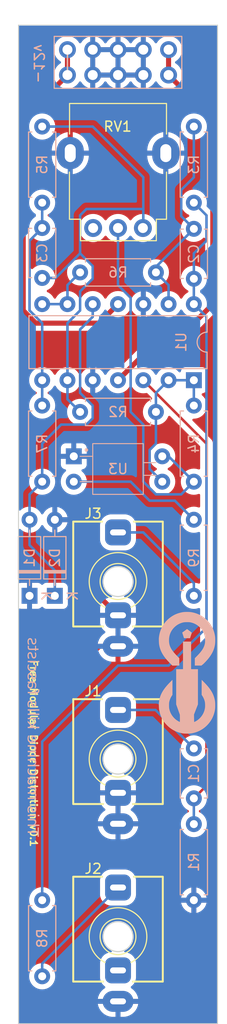
<source format=kicad_pcb>
(kicad_pcb (version 20221018) (generator pcbnew)
  (title_block (title "Diode Distortion") (date "2023-03-27") (rev "0.1") (company "Free Modular"))
  (layers (0 "F.Cu" signal) (31 "B.Cu" signal) (34 "B.Paste" user) (35 "F.Paste" user) (36 "B.SilkS" user "B.Silkscreen") (37 "F.SilkS" user "F.Silkscreen") (38 "B.Mask" user) (39 "F.Mask" user) (44 "Edge.Cuts" user))
  (net 0 "")
  (net 1 "Net-(C1-Pad1)")
  (net 2 "Net-(U1A-+)")
  (net 3 "Net-(U1D--)")
  (net 4 "Net-(J3-Pad3)")
  (net 5 "Net-(C2-Pad2)")
  (net 6 "Net-(U1B--)")
  (net 7 "Net-(C3-Pad2)")
  (net 8 "GND")
  (net 9 "Net-(D1-A)")
  (net 11 "Net-(J2-Pad3)")
  (net 12 "+12V")
  (net 13 "-12V")
  (net 14 "Net-(U1A--)")
  (net 15 "Net-(R4-Pad2)")
  (net 16 "Net-(U1C--)")
  (net 17 "Net-(R9-Pad2)")
  (footprint "FreeModular:THONKICONN" (layer "F.Cu") (at 35.56 116.68)
    (fp_text reference "J2" (at -2.5 -6.8) (layer "F.SilkS"))
    (fp_text value "THONKICONN")
    (fp_circle (center 0 0) (end -1.5 0) (stroke (width 0.12)) (fill none) (layer "Edge.Cuts"))
    (pad "1" thru_hole oval (at 0 6.48) (size 3.1 2.1) (drill oval 1.6 0.6) (layers "*.Cu" "*.Mask") (net 8 "GND"))
    (pad "2" thru_hole roundrect (at 0 3.38) (size 2.6 2.6) (drill oval 1.6 0.6) (layers "*.Cu" "*.Mask"))
    (pad "3" thru_hole roundrect (at 0 -4.92) (size 2.6 2.6) (drill oval 1.6 0.6) (layers "*.Cu" "*.Mask") (net 11 "Net-(J2-Pad3)"))
  )
  (footprint "FreeModular:Alpha_Potentiometer_Grounded" (layer "F.Cu") (at 33.06 45.72 90)
    (fp_text reference "RV1" (at 10.16 2.46) (layer "F.SilkS"))
    (fp_text value "100k")
    (pad "1" thru_hole circle (at 0 0 180) (size 1.8 1.8) (drill 1) (layers "*.Cu" "*.Mask"))
    (pad "2" thru_hole circle (at 0 2.5 180) (size 1.8 1.8) (drill 1) (layers "*.Cu" "*.Mask") (net 15 "Net-(R4-Pad2)"))
    (pad "3" thru_hole circle (at 0 5 180) (size 1.8 1.8) (drill 1) (layers "*.Cu" "*.Mask") (net 6 "Net-(U1B--)"))
    (pad "MP" thru_hole oval (at 7.5 -2.3 180) (size 2.72 3.24) (drill oval 1.1 1.8) (layers "*.Cu" "*.Mask") (net 8 "GND"))
    (pad "MP" thru_hole oval (at 7.5 7.3 180) (size 2.72 3.24) (drill oval 1.1 1.8) (layers "*.Cu" "*.Mask") (net 8 "GND"))
  )
  (footprint "FreeModular:THONKICONN" (layer "F.Cu") (at 35.56 98.9)
    (fp_text reference "J1" (at -2.5 -6.8) (layer "F.SilkS"))
    (fp_text value "THONKICONN")
    (fp_circle (center 0 0) (end -1.5 0) (stroke (width 0.12)) (fill none) (layer "Edge.Cuts"))
    (pad "1" thru_hole oval (at 0 6.48) (size 3.1 2.1) (drill oval 1.6 0.6) (layers "*.Cu" "*.Mask") (net 8 "GND"))
    (pad "2" thru_hole roundrect (at 0 3.38) (size 2.6 2.6) (drill oval 1.6 0.6) (layers "*.Cu" "*.Mask") (net 8 "GND"))
    (pad "3" thru_hole roundrect (at 0 -4.92) (size 2.6 2.6) (drill oval 1.6 0.6) (layers "*.Cu" "*.Mask") (net 1 "Net-(C1-Pad1)"))
  )
  (footprint "FreeModular:THONKICONN" (layer "F.Cu") (at 35.56 81.12)
    (fp_text reference "J3" (at -2.5 -6.8) (layer "F.SilkS"))
    (fp_text value "THONKICONN")
    (fp_circle (center 0 0) (end -1.5 0) (stroke (width 0.12)) (fill none) (layer "Edge.Cuts"))
    (pad "1" thru_hole oval (at 0 6.48) (size 3.1 2.1) (drill oval 1.6 0.6) (layers "*.Cu" "*.Mask") (net 8 "GND"))
    (pad "2" thru_hole roundrect (at 0 3.38) (size 2.6 2.6) (drill oval 1.6 0.6) (layers "*.Cu" "*.Mask") (net 8 "GND"))
    (pad "3" thru_hole roundrect (at 0 -4.92) (size 2.6 2.6) (drill oval 1.6 0.6) (layers "*.Cu" "*.Mask") (net 4 "Net-(J3-Pad3)"))
  )
  (footprint "FreeModular:NSL-32" (layer "B.Cu") (at 31.115 71.12)
    (fp_text reference "U3" (at 4.445 -1.27) (layer "B.SilkS") (effects (justify mirror)))
    (fp_text value "NSL-32")
    (pad "1" thru_hole circle (at 0 0) (size 1.6 1.6) (drill 0.8) (layers "*.Cu" "*.Mask") (net 17 "Net-(R9-Pad2)"))
    (pad "2" thru_hole rect (at 0 -2.54) (size 1.6 1.6) (drill 0.8) (layers "*.Cu" "*.Mask") (net 8 "GND"))
    (pad "3" thru_hole oval (at 8.89 -2.54) (size 1.6 1.6) (drill 0.8) (layers "*.Cu" "*.Mask") (net 15 "Net-(R4-Pad2)"))
    (pad "4" thru_hole oval (at 8.89 0) (size 1.6 1.6) (drill 0.8) (layers "*.Cu" "*.Mask") (net 14 "Net-(U1A--)"))
  )
  (footprint "Resistor_THT:R_Axial_DIN0207_L6.3mm_D2.5mm_P7.62mm_Horizontal" (layer "B.Cu") (at 31.75 50.165)
    (fp_text reference "R6" (at 3.81 0) (layer "B.SilkS") (effects (justify mirror)))
    (fp_text value "10k")
    (pad "1" thru_hole circle (at 0 0) (size 1.6 1.6) (drill 0.8) (layers "*.Cu" "*.Mask") (net 16 "Net-(U1C--)"))
    (pad "2" thru_hole oval (at 7.62 0) (size 1.6 1.6) (drill 0.8) (layers "*.Cu" "*.Mask") (net 3 "Net-(U1D--)"))
  )
  (footprint "Package_DIP:DIP-14_W7.62mm" (layer "B.Cu") (at 43.18 60.96 90)
    (fp_text reference "U1" (at 3.81 -1.27 90) (layer "B.SilkS") (effects (justify mirror)))
    (fp_text value "TL074")
    (pad "1" thru_hole rect (at 0 0 90) (size 1.6 1.6) (drill 0.8) (layers "*.Cu" "*.Mask") (net 14 "Net-(U1A--)"))
    (pad "2" thru_hole oval (at 0 -2.54 90) (size 1.6 1.6) (drill 0.8) (layers "*.Cu" "*.Mask") (net 14 "Net-(U1A--)"))
    (pad "3" thru_hole oval (at 0 -5.08 90) (size 1.6 1.6) (drill 0.8) (layers "*.Cu" "*.Mask") (net 2 "Net-(U1A-+)"))
    (pad "4" thru_hole oval (at 0 -7.62 90) (size 1.6 1.6) (drill 0.8) (layers "*.Cu" "*.Mask") (net 12 "+12V"))
    (pad "5" thru_hole oval (at 0 -10.16 90) (size 1.6 1.6) (drill 0.8) (layers "*.Cu" "*.Mask") (net 8 "GND"))
    (pad "6" thru_hole oval (at 0 -12.7 90) (size 1.6 1.6) (drill 0.8) (layers "*.Cu" "*.Mask") (net 6 "Net-(U1B--)"))
    (pad "7" thru_hole oval (at 0 -15.24 90) (size 1.6 1.6) (drill 0.8) (layers "*.Cu" "*.Mask") (net 7 "Net-(C3-Pad2)"))
    (pad "8" thru_hole oval (at 7.62 -15.24 90) (size 1.6 1.6) (drill 0.8) (layers "*.Cu" "*.Mask") (net 16 "Net-(U1C--)"))
    (pad "9" thru_hole oval (at 7.62 -12.7 90) (size 1.6 1.6) (drill 0.8) (layers "*.Cu" "*.Mask") (net 16 "Net-(U1C--)"))
    (pad "10" thru_hole oval (at 7.62 -10.16 90) (size 1.6 1.6) (drill 0.8) (layers "*.Cu" "*.Mask") (net 9 "Net-(D1-A)"))
    (pad "11" thru_hole oval (at 7.62 -7.62 90) (size 1.6 1.6) (drill 0.8) (layers "*.Cu" "*.Mask") (net 13 "-12V"))
    (pad "12" thru_hole oval (at 7.62 -5.08 90) (size 1.6 1.6) (drill 0.8) (layers "*.Cu" "*.Mask") (net 8 "GND"))
    (pad "13" thru_hole oval (at 7.62 -2.54 90) (size 1.6 1.6) (drill 0.8) (layers "*.Cu" "*.Mask") (net 3 "Net-(U1D--)"))
    (pad "14" thru_hole oval (at 7.62 0 90) (size 1.6 1.6) (drill 0.8) (layers "*.Cu" "*.Mask") (net 5 "Net-(C2-Pad2)"))
  )
  (footprint "Resistor_THT:R_Axial_DIN0207_L6.3mm_D2.5mm_P7.62mm_Horizontal" (layer "B.Cu") (at 43.18 105.41 -90)
    (fp_text reference "R1" (at 3.81 0 90) (layer "B.SilkS") (effects (justify mirror)))
    (fp_text value "1M")
    (pad "1" thru_hole circle (at 0 0 270) (size 1.6 1.6) (drill 0.8) (layers "*.Cu" "*.Mask") (net 2 "Net-(U1A-+)"))
    (pad "2" thru_hole oval (at 7.62 0 270) (size 1.6 1.6) (drill 0.8) (layers "*.Cu" "*.Mask") (net 8 "GND"))
  )
  (footprint "Resistor_THT:R_Axial_DIN0207_L6.3mm_D2.5mm_P7.62mm_Horizontal" (layer "B.Cu") (at 27.94 63.5 -90)
    (fp_text reference "R7" (at 3.81 0 -270) (layer "B.SilkS") (effects (justify mirror)))
    (fp_text value "10k")
    (pad "1" thru_hole circle (at 0 0 270) (size 1.6 1.6) (drill 0.8) (layers "*.Cu" "*.Mask") (net 7 "Net-(C3-Pad2)"))
    (pad "2" thru_hole oval (at 7.62 0 270) (size 1.6 1.6) (drill 0.8) (layers "*.Cu" "*.Mask") (net 9 "Net-(D1-A)"))
  )
  (footprint "Connector_PinSocket_2.54mm:PinSocket_2x05_P2.54mm_Vertical" (layer "B.Cu") (at 40.64 27.86 90)
    (fp_text reference "J4" hide)
    (fp_text value "Conn_01x10_Pin")
    (pad "1" thru_hole circle (at 0 0 90) (size 1.7 1.7) (drill 1) (layers "*.Cu" "*.Mask") (net 12 "+12V"))
    (pad "2" thru_hole oval (at -2.54 0 90) (size 1.7 1.7) (drill 1) (layers "*.Cu" "*.Mask") (net 12 "+12V"))
    (pad "3" thru_hole oval (at 0 -2.54 90) (size 1.7 1.7) (drill 1) (layers "*.Cu" "*.Mask") (net 8 "GND"))
    (pad "4" thru_hole oval (at -2.54 -2.54 90) (size 1.7 1.7) (drill 1) (layers "*.Cu" "*.Mask") (net 8 "GND"))
    (pad "5" thru_hole oval (at 0 -5.08 90) (size 1.7 1.7) (drill 1) (layers "*.Cu" "*.Mask") (net 8 "GND"))
    (pad "6" thru_hole oval (at -2.54 -5.08 90) (size 1.7 1.7) (drill 1) (layers "*.Cu" "*.Mask") (net 8 "GND"))
    (pad "7" thru_hole oval (at 0 -7.62 90) (size 1.7 1.7) (drill 1) (layers "*.Cu" "*.Mask") (net 8 "GND"))
    (pad "8" thru_hole oval (at -2.54 -7.62 90) (size 1.7 1.7) (drill 1) (layers "*.Cu" "*.Mask") (net 8 "GND"))
    (pad "9" thru_hole oval (at 0 -10.16 90) (size 1.7 1.7) (drill 1) (layers "*.Cu" "*.Mask") (net 13 "-12V"))
    (pad "10" thru_hole oval (at -2.54 -10.16 90) (size 1.7 1.7) (drill 1) (layers "*.Cu" "*.Mask") (net 13 "-12V"))
  )
  (footprint "Capacitor_THT:C_Disc_D4.7mm_W2.5mm_P5.00mm" (layer "B.Cu") (at 43.18 45.8 -90)
    (fp_text reference "C2" (at 2.5 0 90) (layer "B.SilkS") (effects (justify mirror)))
    (fp_text value "100pF")
    (pad "1" thru_hole circle (at 0 0 270) (size 1.6 1.6) (drill 0.8) (layers "*.Cu" "*.Mask") (net 3 "Net-(U1D--)"))
    (pad "2" thru_hole circle (at 5 0 270) (size 1.6 1.6) (drill 0.8) (layers "*.Cu" "*.Mask") (net 5 "Net-(C2-Pad2)"))
  )
  (footprint "Diode_THT:D_DO-35_SOD27_P7.62mm_Horizontal" (layer "B.Cu") (at 26.67 82.55 90)
    (fp_text reference "D1" (at 3.81 0 90) (layer "B.SilkS") (effects (justify mirror)))
    (fp_text value "1N4148")
    (fp_text user "K" (at 0 1.8 90) (layer "B.SilkS") (effects (justify mirror)))
    (pad "1" thru_hole rect (at 0 0 90) (size 1.6 1.6) (drill 0.8) (layers "*.Cu" "*.Mask") (net 8 "GND"))
    (pad "2" thru_hole oval (at 7.62 0 90) (size 1.6 1.6) (drill 0.8) (layers "*.Cu" "*.Mask") (net 9 "Net-(D1-A)"))
  )
  (footprint "Resistor_THT:R_Axial_DIN0207_L6.3mm_D2.5mm_P7.62mm_Horizontal" (layer "B.Cu") (at 39.37 64.135 180)
    (fp_text reference "R2" (at 3.81 0) (layer "B.SilkS") (effects (justify mirror)))
    (fp_text value "100k")
    (pad "1" thru_hole circle (at 0 0 180) (size 1.6 1.6) (drill 0.8) (layers "*.Cu" "*.Mask") (net 14 "Net-(U1A--)"))
    (pad "2" thru_hole oval (at 7.62 0 180) (size 1.6 1.6) (drill 0.8) (layers "*.Cu" "*.Mask") (net 6 "Net-(U1B--)"))
  )
  (footprint "Capacitor_THT:C_Disc_D4.7mm_W2.5mm_P5.00mm" (layer "B.Cu") (at 43.18 97.83 -90)
    (fp_text reference "C1" (at 2.5 0 90) (layer "B.SilkS") (effects (justify mirror)))
    (fp_text value "1uF")
    (pad "1" thru_hole circle (at 0 0 270) (size 1.6 1.6) (drill 0.8) (layers "*.Cu" "*.Mask") (net 1 "Net-(C1-Pad1)"))
    (pad "2" thru_hole circle (at 5 0 270) (size 1.6 1.6) (drill 0.8) (layers "*.Cu" "*.Mask") (net 2 "Net-(U1A-+)"))
  )
  (footprint "Resistor_THT:R_Axial_DIN0207_L6.3mm_D2.5mm_P7.62mm_Horizontal" (layer "B.Cu") (at 43.18 82.55 90)
    (fp_text reference "R9" (at 3.81 0 90) (layer "B.SilkS") (effects (justify mirror)))
    (fp_text value "330")
    (pad "1" thru_hole circle (at 0 0 90) (size 1.6 1.6) (drill 0.8) (layers "*.Cu" "*.Mask") (net 4 "Net-(J3-Pad3)"))
    (pad "2" thru_hole oval (at 7.62 0 90) (size 1.6 1.6) (drill 0.8) (layers "*.Cu" "*.Mask") (net 17 "Net-(R9-Pad2)"))
  )
  (footprint "Resistor_THT:R_Axial_DIN0207_L6.3mm_D2.5mm_P7.62mm_Horizontal" (layer "B.Cu") (at 43.18 63.5 -90)
    (fp_text reference "R4" (at 3.81 0 90) (layer "B.SilkS") (effects (justify mirror)))
    (fp_text value "10k")
    (pad "1" thru_hole circle (at 0 0 270) (size 1.6 1.6) (drill 0.8) (layers "*.Cu" "*.Mask") (net 14 "Net-(U1A--)"))
    (pad "2" thru_hole oval (at 7.62 0 270) (size 1.6 1.6) (drill 0.8) (layers "*.Cu" "*.Mask") (net 15 "Net-(R4-Pad2)"))
  )
  (footprint "Diode_THT:D_DO-35_SOD27_P7.62mm_Horizontal" (layer "B.Cu") (at 29.21 82.55 90)
    (fp_text reference "D2" (at 3.81 0 90) (layer "B.SilkS") (effects (justify mirror)))
    (fp_text value "1N4148")
    (fp_text user "K" (at 0 1.8 90) (layer "B.SilkS") (effects (justify mirror)))
    (pad "1" thru_hole rect (at 0 0 90) (size 1.6 1.6) (drill 0.8) (layers "*.Cu" "*.Mask") (net 9 "Net-(D1-A)"))
    (pad "2" thru_hole oval (at 7.62 0 90) (size 1.6 1.6) (drill 0.8) (layers "*.Cu" "*.Mask") (net 8 "GND"))
  )
  (footprint "Resistor_THT:R_Axial_DIN0207_L6.3mm_D2.5mm_P7.62mm_Horizontal" (layer "B.Cu") (at 27.94 35.56 -90)
    (fp_text reference "R5" (at 3.81 0 90) (layer "B.SilkS") (effects (justify mirror)))
    (fp_text value "10k")
    (pad "1" thru_hole circle (at 0 0 270) (size 1.6 1.6) (drill 0.8) (layers "*.Cu" "*.Mask") (net 6 "Net-(U1B--)"))
    (pad "2" thru_hole oval (at 7.62 0 270) (size 1.6 1.6) (drill 0.8) (layers "*.Cu" "*.Mask") (net 7 "Net-(C3-Pad2)"))
  )
  (footprint "Capacitor_THT:C_Disc_D4.7mm_W2.5mm_P5.00mm" (layer "B.Cu") (at 27.94 50.72 90)
    (fp_text reference "C3" (at 2.5 0 90) (layer "B.SilkS") (effects (justify mirror)))
    (fp_text value "100pF")
    (pad "1" thru_hole circle (at 0 0 90) (size 1.6 1.6) (drill 0.8) (layers "*.Cu" "*.Mask") (net 6 "Net-(U1B--)"))
    (pad "2" thru_hole circle (at 5 0 90) (size 1.6 1.6) (drill 0.8) (layers "*.Cu" "*.Mask") (net 7 "Net-(C3-Pad2)"))
  )
  (footprint "Resistor_THT:R_Axial_DIN0207_L6.3mm_D2.5mm_P7.62mm_Horizontal" (layer "B.Cu") (at 43.18 35.56 -90)
    (fp_text reference "R3" (at 3.81 0 90) (layer "B.SilkS") (effects (justify mirror)))
    (fp_text value "100k")
    (pad "1" thru_hole circle (at 0 0 270) (size 1.6 1.6) (drill 0.8) (layers "*.Cu" "*.Mask") (net 3 "Net-(U1D--)"))
    (pad "2" thru_hole oval (at 7.62 0 270) (size 1.6 1.6) (drill 0.8) (layers "*.Cu" "*.Mask") (net 5 "Net-(C2-Pad2)"))
  )
  (footprint "Resistor_THT:R_Axial_DIN0207_L6.3mm_D2.5mm_P7.62mm_Horizontal" (layer "B.Cu") (at 27.94 113.03 -90)
    (fp_text reference "R8" (at 3.81 0 90) (layer "B.SilkS") (effects (justify mirror)))
    (fp_text value "1k")
    (pad "1" thru_hole circle (at 0 0 270) (size 1.6 1.6) (drill 0.8) (layers "*.Cu" "*.Mask") (net 5 "Net-(C2-Pad2)"))
    (pad "2" thru_hole oval (at 7.62 0 270) (size 1.6 1.6) (drill 0.8) (layers "*.Cu" "*.Mask") (net 11 "Net-(J2-Pad3)"))
  )
  (footprint "FreeModular:logo_small" (layer "B.Cu") (at 42.490958 90.715274 -90)
    (fp_text reference "REF**" hide)
    (fp_text value "logo_small" hide)
  )
  (gr_line (start 30.48 27.94) (end 30.48 30.48) (stroke (width 0.15)) (layer "B.SilkS"))
  (gr_line (start 25.56 25.4) (end 25.56 125.4) (stroke (width 0.1)) (layer "Edge.Cuts"))
  (gr_line (start 45.56 25.4) (end 25.56 25.4) (stroke (width 0.1)) (layer "Edge.Cuts"))
  (gr_line (start 45.56 125.4) (end 45.56 25.4) (stroke (width 0.1)) (layer "Edge.Cuts"))
  (gr_line (start 25.56 125.4) (end 45.56 125.4) (stroke (width 0.1)) (layer "Edge.Cuts"))
  (gr_text "This machine kills fascists" (at 26.3 106.68 270) (layer "B.SilkS") (effects (font (size 1.1 1.1)) (justify left bottom mirror)))
  (gr_text "-12v" (at 27.028686 31.315011 -90) (layer "B.SilkS") (effects (font (size 1 1)) (justify left bottom mirror)))
  (gr_text "Free Modular Diode Distortion v0.1" (at 26.67 88.9 270) (layer "F.SilkS") (effects (font (size 0.7 0.7)) (justify left bottom)))
  (segment (start 39.33 93.98) (end 43.18 97.83) (width 0.254) (layer "B.Cu") (net 1))
  (segment (start 35.56 93.98) (end 39.33 93.98) (width 0.254) (layer "B.Cu") (net 1))
  (segment (start 44.45 101.56) (end 43.18 102.83) (width 0.254) (layer "F.Cu") (net 2))
  (segment (start 38.1 60.96) (end 44.45 67.31) (width 0.254) (layer "F.Cu") (net 2))
  (segment (start 44.45 67.31) (end 44.45 101.56) (width 0.254) (layer "F.Cu") (net 2))
  (segment (start 43.18 102.83) (end 43.18 105.41) (width 0.254) (layer "B.Cu") (net 2))
  (segment (start 39.45 49.53) (end 43.18 45.8) (width 0.254) (layer "B.Cu") (net 3))
  (segment (start 43.18 40.64) (end 43.18 35.56) (width 0.254) (layer "B.Cu") (net 3))
  (segment (start 40.64 51.435) (end 39.37 50.165) (width 0.254) (layer "B.Cu") (net 3))
  (segment (start 43.18 45.8) (end 41.91 44.53) (width 0.254) (layer "B.Cu") (net 3))
  (segment (start 41.91 44.53) (end 41.91 41.91) (width 0.254) (layer "B.Cu") (net 3))
  (segment (start 39.37 49.53) (end 39.45 49.53) (width 0.254) (layer "B.Cu") (net 3))
  (segment (start 40.64 53.34) (end 40.64 51.435) (width 0.254) (layer "B.Cu") (net 3))
  (segment (start 39.37 50.165) (end 39.37 49.53) (width 0.254) (layer "B.Cu") (net 3))
  (segment (start 41.91 41.91) (end 43.18 40.64) (width 0.254) (layer "B.Cu") (net 3))
  (segment (start 36.15 75.52) (end 35.56 75.52) (width 0.254) (layer "B.Cu") (net 4))
  (segment (start 43.18 82.55) (end 43.18 81.28) (width 0.254) (layer "B.Cu") (net 4))
  (segment (start 43.18 81.28) (end 38.1 76.2) (width 0.254) (layer "B.Cu") (net 4))
  (segment (start 38.1 76.2) (end 35.56 76.2) (width 0.254) (layer "B.Cu") (net 4))
  (segment (start 35.56 89.535) (end 27.94 97.155) (width 0.254) (layer "B.Cu") (net 5))
  (segment (start 43.18 50.8) (end 43.18 48.26) (width 0.254) (layer "B.Cu") (net 5))
  (segment (start 43.18 53.34) (end 43.18 50.8) (width 0.254) (layer "B.Cu") (net 5))
  (segment (start 44.45 44.45) (end 43.18 43.18) (width 0.254) (layer "B.Cu") (net 5))
  (segment (start 44.45 85.725) (end 40.64 89.535) (width 0.254) (layer "B.Cu") (net 5))
  (segment (start 43.18 53.34) (end 44.45 54.61) (width 0.254) (layer "B.Cu") (net 5))
  (segment (start 43.18 48.26) (end 44.45 46.99) (width 0.254) (layer "B.Cu") (net 5))
  (segment (start 40.64 89.535) (end 35.56 89.535) (width 0.254) (layer "B.Cu") (net 5))
  (segment (start 44.45 46.99) (end 44.45 44.45) (width 0.254) (layer "B.Cu") (net 5))
  (segment (start 44.45 54.61) (end 44.45 85.725) (width 0.254) (layer "B.Cu") (net 5))
  (segment (start 27.94 97.155) (end 27.94 113.03) (width 0.254) (layer "B.Cu") (net 5))
  (segment (start 30.48 60.96) (end 30.48 62.865) (width 0.254) (layer "B.Cu") (net 6))
  (segment (start 38.1 40.64) (end 38.1 43.815) (width 0.254) (layer "B.Cu") (net 6))
  (segment (start 31.75 44.45) (end 32.385 43.815) (width 0.254) (layer "B.Cu") (net 6))
  (segment (start 33.02 49.53) (end 33.02 50.8) (width 0.254) (layer "B.Cu") (net 6))
  (segment (start 30.48 55.245) (end 31.75 53.975) (width 0.254) (layer "B.Cu") (net 6))
  (segment (start 27.94 35.56) (end 33.02 35.56) (width 0.254) (layer "B.Cu") (net 6))
  (segment (start 38.1 43.815) (end 38.1 45.72) (width 0.254) (layer "B.Cu") (net 6))
  (segment (start 33.02 35.56) (end 38.1 40.64) (width 0.254) (layer "B.Cu") (net 6))
  (segment (start 30.48 62.865) (end 31.75 64.135) (width 0.254) (layer "B.Cu") (net 6))
  (segment (start 31.115 48.895) (end 31.75 48.26) (width 0.254) (layer "B.Cu") (net 6))
  (segment (start 32.385 43.815) (end 38.1 43.815) (width 0.254) (layer "B.Cu") (net 6))
  (segment (start 29.29 50.72) (end 31.115 48.895) (width 0.254) (layer "B.Cu") (net 6))
  (segment (start 31.75 52.07) (end 31.75 53.975) (width 0.254) (layer "B.Cu") (net 6))
  (segment (start 31.75 48.26) (end 31.75 44.45) (width 0.254) (layer "B.Cu") (net 6))
  (segment (start 32.385 48.895) (end 33.02 49.53) (width 0.254) (layer "B.Cu") (net 6))
  (segment (start 33.02 50.8) (end 31.75 52.07) (width 0.254) (layer "B.Cu") (net 6))
  (segment (start 30.48 60.96) (end 30.48 55.245) (width 0.254) (layer "B.Cu") (net 6))
  (segment (start 27.94 50.72) (end 29.29 50.72) (width 0.254) (layer "B.Cu") (net 6))
  (segment (start 32.385 48.895) (end 31.75 48.26) (width 0.254) (layer "B.Cu") (net 6))
  (segment (start 27.94 63.5) (end 27.94 60.96) (width 0.254) (layer "B.Cu") (net 7))
  (segment (start 27.94 45.72) (end 26.67 46.99) (width 0.254) (layer "B.Cu") (net 7))
  (segment (start 26.67 46.99) (end 26.67 53.975) (width 0.254) (layer "B.Cu") (net 7))
  (segment (start 27.94 60.96) (end 27.94 55.245) (width 0.254) (layer "B.Cu") (net 7))
  (segment (start 27.94 43.18) (end 27.94 45.72) (width 0.254) (layer "B.Cu") (net 7))
  (segment (start 27.94 55.245) (end 26.67 53.975) (width 0.254) (layer "B.Cu") (net 7))
  (segment (start 31.115 68.58) (end 33.02 68.58) (width 0.508) (layer "F.Cu") (net 8))
  (segment (start 35.56 30.4) (end 33.02 30.4) (width 0.508) (layer "F.Cu") (net 8))
  (segment (start 33.7 102.28) (end 30.48 99.06) (width 0.508) (layer "F.Cu") (net 8))
  (segment (start 43.18 113.03) (end 43.18 108.585) (width 0.508) (layer "F.Cu") (net 8))
  (segment (start 33.02 60.96) (end 33.02 62.865) (width 0.508) (layer "F.Cu") (net 8))
  (segment (start 36.83 57.15) (end 38.1 55.88) (width 0.508) (layer "F.Cu") (net 8))
  (segment (start 31.115 74.93) (end 33.655 72.39) (width 0.508) (layer "F.Cu") (net 8))
  (segment (start 26.67 82.55) (end 26.67 80.645) (width 0.508) (layer "F.Cu") (net 8))
  (segment (start 33.02 60.96) (end 33.02 58.42) (width 0.508) (layer "F.Cu") (net 8))
  (segment (start 29.21 78.105) (end 29.21 74.93) (width 0.508) (layer "F.Cu") (net 8))
  (segment (start 35.56 102.28) (end 33.7 102.28) (width 0.508) (layer "F.Cu") (net 8))
  (segment (start 33.02 30.4) (end 33.02 33.02) (width 0.508) (layer "F.Cu") (net 8))
  (segment (start 38.1 55.88) (end 38.1 53.34) (width 0.508) (layer "F.Cu") (net 8))
  (segment (start 37.465 50.8) (end 37.465 48.895) (width 0.508) (layer "F.Cu") (net 8))
  (segment (start 33.02 62.865) (end 33.655 63.5) (width 0.508) (layer "F.Cu") (net 8))
  (segment (start 40.36 35.28) (end 38.1 33.02) (width 0.508) (layer "F.Cu") (net 8))
  (segment (start 33.655 72.39) (end 33.655 68.58) (width 0.508) (layer "F.Cu") (net 8))
  (segment (start 38.1 33.02) (end 38.1 30.4) (width 0.508) (layer "F.Cu") (net 8))
  (segment (start 33.685 87.6) (end 32.7025 88.5825) (width 0.508) (layer "F.Cu") (net 8))
  (segment (start 43.18 108.585) (end 39.975 105.38) (width 0.508) (layer "F.Cu") (net 8))
  (segment (start 30.48 90.805) (end 32.7025 88.5825) (width 0.508) (layer "F.Cu") (net 8))
  (segment (start 29.21 78.15) (end 29.21 78.105) (width 0.508) (layer "F.Cu") (net 8))
  (segment (start 35.56 84.5) (end 29.21 78.15) (width 0.508) (layer "F.Cu") (net 8))
  (segment (start 35.485 86.995) (end 35.56 86.92) (width 0.508) (layer "F.Cu") (net 8))
  (segment (start 33.02 58.42) (end 34.29 57.15) (width 0.508) (layer "F.Cu") (net 8))
  (segment (start 38.1 30.4) (end 35.56 30.4) (width 0.508) (layer "F.Cu") (net 8))
  (segment (start 39.975 105.38) (end 35.56 105.38) (width 0.508) (layer "F.Cu") (net 8))
  (segment (start 38.1 53.34) (end 38.1 51.435) (width 0.508) (layer "F.Cu") (net 8))
  (segment (start 33.655 63.5) (end 33.655 67.31) (width 0.508) (layer "F.Cu") (net 8))
  (segment (start 30.76 35.28) (end 33.02 33.02) (width 0.508) (layer "F.Cu") (net 8))
  (segment (start 43.18 120.65) (end 43.18 113.03) (width 0.508) (layer "F.Cu") (net 8))
  (segment (start 40.36 38.22) (end 40.36 46) (width 0.508) (layer "F.Cu") (net 8))
  (segment (start 35.56 105.38) (end 35.56 102.28) (width 0.508) (layer "F.Cu") (net 8))
  (segment (start 33.655 67.31) (end 33.655 67.945) (width 0.508) (layer "F.Cu") (net 8))
  (segment (start 37.465 48.895) (end 38.1 48.26) (width 0.508) (layer "F.Cu") (net 8))
  (segment (start 26.67 80.645) (end 29.21 78.105) (width 0.508) (layer "F.Cu") (net 8))
  (segment (start 35.56 123.16) (end 40.67 123.16) (width 0.508) (layer "F.Cu") (net 8))
  (segment (start 33.02 68.58) (end 33.655 68.58) (width 0.508) (layer "F.Cu") (net 8))
  (segment (start 40.67 123.16) (end 43.18 120.65) (width 0.508) (layer "F.Cu") (net 8))
  (segment (start 33.02 27.86) (end 33.02 30.4) (width 0.508) (layer "F.Cu") (net 8))
  (segment (start 38.1 51.435) (end 37.465 50.8) (width 0.508) (layer "F.Cu") (net 8))
  (segment (start 35.56 84.5) (end 35.56 87.6) (width 0.508) (layer "F.Cu") (net 8))
  (segment (start 35.56 87.6) (end 33.685 87.6) (width 0.508) (layer "F.Cu") (net 8))
  (segment (start 34.925 83.82) (end 35.56 83.82) (width 0.508) (layer "F.Cu") (net 8))
  (segment (start 30.76 38.22) (end 30.76 35.28) (width 0.508) (layer "F.Cu") (net 8))
  (segment (start 40.36 46) (end 38.1 48.26) (width 0.508) (layer "F.Cu") (net 8))
  (segment (start 40.36 38.22) (end 40.36 35.28) (width 0.508) (layer "F.Cu") (net 8))
  (segment (start 29.21 74.93) (end 31.115 74.93) (width 0.508) (layer "F.Cu") (net 8))
  (segment (start 34.29 57.15) (end 36.83 57.15) (width 0.508) (layer "F.Cu") (net 8))
  (segment (start 38.1 27.86) (end 38.1 30.4) (width 0.508) (layer "F.Cu") (net 8))
  (segment (start 30.48 99.06) (end 30.48 90.805) (width 0.508) (layer "F.Cu") (net 8))
  (segment (start 35.56 27.86) (end 35.56 30.4) (width 0.508) (layer "F.Cu") (net 8))
  (segment (start 33.655 68.58) (end 33.655 67.31) (width 0.508) (layer "F.Cu") (net 8))
  (segment (start 29.845 65.405) (end 27.94 67.31) (width 0.254) (layer "B.Cu") (net 9))
  (segment (start 26.67 77.47) (end 26.67 74.93) (width 0.254) (layer "B.Cu") (net 9))
  (segment (start 33.02 54.61) (end 31.75 55.88) (width 0.254) (layer "B.Cu") (net 9))
  (segment (start 31.75 62.23) (end 33.02 63.5) (width 0.254) (layer "B.Cu") (net 9))
  (segment (start 27.94 67.31) (end 27.94 71.12) (width 0.254) (layer "B.Cu") (net 9))
  (segment (start 33.02 53.34) (end 33.02 54.61) (width 0.254) (layer "B.Cu") (net 9))
  (segment (start 32.385 65.405) (end 29.845 65.405) (width 0.254) (layer "B.Cu") (net 9))
  (segment (start 31.75 55.88) (end 31.75 62.23) (width 0.254) (layer "B.Cu") (net 9))
  (segment (start 26.67 74.93) (end 26.67 72.39) (width 0.254) (layer "B.Cu") (net 9))
  (segment (start 33.02 64.77) (end 32.385 65.405) (width 0.254) (layer "B.Cu") (net 9))
  (segment (start 29.21 80.01) (end 26.67 77.47) (width 0.254) (layer "B.Cu") (net 9))
  (segment (start 33.02 63.5) (end 33.02 64.77) (width 0.254) (layer "B.Cu") (net 9))
  (segment (start 29.21 82.55) (end 29.21 80.01) (width 0.254) (layer "B.Cu") (net 9))
  (segment (start 26.67 72.39) (end 27.94 71.12) (width 0.254) (layer "B.Cu") (net 9))
  (segment (start 27.94 119.38) (end 27.94 120.65) (width 0.254) (layer "B.Cu") (net 11))
  (segment (start 35.56 111.76) (end 27.94 119.38) (width 0.254) (layer "B.Cu") (net 11))
  (segment (start 40.64 30.4) (end 45.085 34.845) (width 0.508) (layer "F.Cu") (net 12))
  (segment (start 39.37 57.15) (end 35.56 60.96) (width 0.508) (layer "F.Cu") (net 12))
  (segment (start 40.64 27.86) (end 40.64 30.4) (width 0.508) (layer "F.Cu") (net 12))
  (segment (start 45.085 34.845) (end 45.085 53.34) (width 0.508) (layer "F.Cu") (net 12))
  (segment (start 41.275 57.15) (end 45.085 53.34) (width 0.508) (layer "F.Cu") (net 12))
  (segment (start 39.37 57.15) (end 41.275 57.15) (width 0.508) (layer "F.Cu") (net 12))
  (segment (start 27.305 55.245) (end 33.655 55.245) (width 0.508) (layer "F.Cu") (net 13))
  (segment (start 30.48 30.4) (end 26.035 34.845) (width 0.508) (layer "F.Cu") (net 13))
  (segment (start 26.035 34.845) (end 26.035 53.975) (width 0.508) (layer "F.Cu") (net 13))
  (segment (start 30.48 27.86) (end 30.48 30.4) (width 0.508) (layer "F.Cu") (net 13))
  (segment (start 33.655 55.245) (end 35.56 53.34) (width 0.508) (layer "F.Cu") (net 13))
  (segment (start 26.035 53.975) (end 27.305 55.245) (width 0.508) (layer "F.Cu") (net 13))
  (segment (start 39.37 62.23) (end 40.64 60.96) (width 0.254) (layer "B.Cu") (net 14))
  (segment (start 40.005 71.12) (end 38.735 69.85) (width 0.254) (layer "B.Cu") (net 14))
  (segment (start 43.18 63.5) (end 43.18 60.96) (width 0.254) (layer "B.Cu") (net 14))
  (segment (start 38.735 69.85) (end 38.735 67.945) (width 0.254) (layer "B.Cu") (net 14))
  (segment (start 39.37 67.31) (end 38.735 67.945) (width 0.254) (layer "B.Cu") (net 14))
  (segment (start 39.37 64.135) (end 39.37 67.31) (width 0.254) (layer "B.Cu") (net 14))
  (segment (start 39.37 64.135) (end 39.37 62.23) (width 0.254) (layer "B.Cu") (net 14))
  (segment (start 40.64 60.96) (end 43.18 60.96) (width 0.254) (layer "B.Cu") (net 14))
  (segment (start 36.83 64.135) (end 36.83 52.705) (width 0.254) (layer "B.Cu") (net 15))
  (segment (start 38.1 65.405) (end 36.83 64.135) (width 0.254) (layer "B.Cu") (net 15))
  (segment (start 43.18 71.12) (end 41.91 72.39) (width 0.254) (layer "B.Cu") (net 15))
  (segment (start 38.1 71.12) (end 38.1 65.405) (width 0.254) (layer "B.Cu") (net 15))
  (segment (start 43.18 71.12) (end 40.64 68.58) (width 0.254) (layer "B.Cu") (net 15))
  (segment (start 41.91 72.39) (end 39.37 72.39) (width 0.254) (layer "B.Cu") (net 15))
  (segment (start 35.56 51.435) (end 35.56 45.72) (width 0.254) (layer "B.Cu") (net 15))
  (segment (start 36.83 52.705) (end 35.56 51.435) (width 0.254) (layer "B.Cu") (net 15))
  (segment (start 39.37 72.39) (end 38.1 71.12) (width 0.254) (layer "B.Cu") (net 15))
  (segment (start 30.48 53.34) (end 30.48 51.435) (width 0.254) (layer "B.Cu") (net 16))
  (segment (start 27.94 53.34) (end 30.48 53.34) (width 0.254) (layer "B.Cu") (net 16))
  (segment (start 30.48 51.435) (end 31.75 50.165) (width 0.254) (layer "B.Cu") (net 16))
  (segment (start 43.18 74.93) (end 41.275 73.025) (width 0.254) (layer "B.Cu") (net 17))
  (segment (start 36.83 71.12) (end 38.735 73.025) (width 0.254) (layer "B.Cu") (net 17))
  (segment (start 41.275 73.025) (end 38.735 73.025) (width 0.254) (layer "B.Cu") (net 17))
  (segment (start 31.115 71.12) (end 36.83 71.12) (width 0.254) (layer "B.Cu") (net 17))
  (zone (net 8) (net_name "GND") (layer "F.Cu") (connect_pads (clearance 0.508)) (min_thickness 0.25) (fill yes (thermal_gap 0.5) (thermal_bridge_width 0.5))
    (polygon (pts (xy 25.56 25.4) (xy 45.56 25.4) (xy 45.56 125.4) (xy 25.56 125.4)))
  )
  (zone (net 8) (net_name "GND") (layer "B.Cu") (priority 1) (connect_pads (clearance 0.508)) (min_thickness 0.25) (fill yes (thermal_gap 0.5) (thermal_bridge_width 0.5))
    (polygon (pts (xy 25.56 25.4) (xy 45.56 25.4) (xy 45.56 125.4) (xy 25.56 125.4)))
  )
)
</source>
